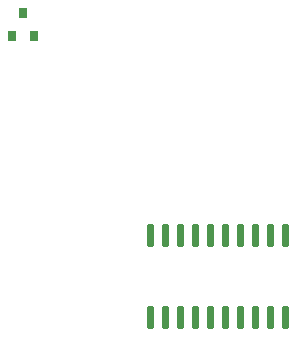
<source format=gtp>
G04 #@! TF.GenerationSoftware,KiCad,Pcbnew,(5.1.6)-1*
G04 #@! TF.CreationDate,2020-08-19T07:45:27+09:00*
G04 #@! TF.ProjectId,ExiCape,45786943-6170-4652-9e6b-696361645f70,Rev.2.0*
G04 #@! TF.SameCoordinates,Original*
G04 #@! TF.FileFunction,Paste,Top*
G04 #@! TF.FilePolarity,Positive*
%FSLAX46Y46*%
G04 Gerber Fmt 4.6, Leading zero omitted, Abs format (unit mm)*
G04 Created by KiCad (PCBNEW (5.1.6)-1) date 2020-08-19 07:45:27*
%MOMM*%
%LPD*%
G01*
G04 APERTURE LIST*
%ADD10R,0.800000X0.900000*%
G04 APERTURE END LIST*
G04 #@! TO.C,U1*
G36*
G01*
X146065000Y-69362400D02*
X146365000Y-69362400D01*
G75*
G02*
X146515000Y-69512400I0J-150000D01*
G01*
X146515000Y-71187400D01*
G75*
G02*
X146365000Y-71337400I-150000J0D01*
G01*
X146065000Y-71337400D01*
G75*
G02*
X145915000Y-71187400I0J150000D01*
G01*
X145915000Y-69512400D01*
G75*
G02*
X146065000Y-69362400I150000J0D01*
G01*
G37*
G36*
G01*
X144795000Y-69362400D02*
X145095000Y-69362400D01*
G75*
G02*
X145245000Y-69512400I0J-150000D01*
G01*
X145245000Y-71187400D01*
G75*
G02*
X145095000Y-71337400I-150000J0D01*
G01*
X144795000Y-71337400D01*
G75*
G02*
X144645000Y-71187400I0J150000D01*
G01*
X144645000Y-69512400D01*
G75*
G02*
X144795000Y-69362400I150000J0D01*
G01*
G37*
G36*
G01*
X143525000Y-69362400D02*
X143825000Y-69362400D01*
G75*
G02*
X143975000Y-69512400I0J-150000D01*
G01*
X143975000Y-71187400D01*
G75*
G02*
X143825000Y-71337400I-150000J0D01*
G01*
X143525000Y-71337400D01*
G75*
G02*
X143375000Y-71187400I0J150000D01*
G01*
X143375000Y-69512400D01*
G75*
G02*
X143525000Y-69362400I150000J0D01*
G01*
G37*
G36*
G01*
X142255000Y-69362400D02*
X142555000Y-69362400D01*
G75*
G02*
X142705000Y-69512400I0J-150000D01*
G01*
X142705000Y-71187400D01*
G75*
G02*
X142555000Y-71337400I-150000J0D01*
G01*
X142255000Y-71337400D01*
G75*
G02*
X142105000Y-71187400I0J150000D01*
G01*
X142105000Y-69512400D01*
G75*
G02*
X142255000Y-69362400I150000J0D01*
G01*
G37*
G36*
G01*
X140985000Y-69362400D02*
X141285000Y-69362400D01*
G75*
G02*
X141435000Y-69512400I0J-150000D01*
G01*
X141435000Y-71187400D01*
G75*
G02*
X141285000Y-71337400I-150000J0D01*
G01*
X140985000Y-71337400D01*
G75*
G02*
X140835000Y-71187400I0J150000D01*
G01*
X140835000Y-69512400D01*
G75*
G02*
X140985000Y-69362400I150000J0D01*
G01*
G37*
G36*
G01*
X139715000Y-69362400D02*
X140015000Y-69362400D01*
G75*
G02*
X140165000Y-69512400I0J-150000D01*
G01*
X140165000Y-71187400D01*
G75*
G02*
X140015000Y-71337400I-150000J0D01*
G01*
X139715000Y-71337400D01*
G75*
G02*
X139565000Y-71187400I0J150000D01*
G01*
X139565000Y-69512400D01*
G75*
G02*
X139715000Y-69362400I150000J0D01*
G01*
G37*
G36*
G01*
X138445000Y-69362400D02*
X138745000Y-69362400D01*
G75*
G02*
X138895000Y-69512400I0J-150000D01*
G01*
X138895000Y-71187400D01*
G75*
G02*
X138745000Y-71337400I-150000J0D01*
G01*
X138445000Y-71337400D01*
G75*
G02*
X138295000Y-71187400I0J150000D01*
G01*
X138295000Y-69512400D01*
G75*
G02*
X138445000Y-69362400I150000J0D01*
G01*
G37*
G36*
G01*
X137175000Y-69362400D02*
X137475000Y-69362400D01*
G75*
G02*
X137625000Y-69512400I0J-150000D01*
G01*
X137625000Y-71187400D01*
G75*
G02*
X137475000Y-71337400I-150000J0D01*
G01*
X137175000Y-71337400D01*
G75*
G02*
X137025000Y-71187400I0J150000D01*
G01*
X137025000Y-69512400D01*
G75*
G02*
X137175000Y-69362400I150000J0D01*
G01*
G37*
G36*
G01*
X135905000Y-69362400D02*
X136205000Y-69362400D01*
G75*
G02*
X136355000Y-69512400I0J-150000D01*
G01*
X136355000Y-71187400D01*
G75*
G02*
X136205000Y-71337400I-150000J0D01*
G01*
X135905000Y-71337400D01*
G75*
G02*
X135755000Y-71187400I0J150000D01*
G01*
X135755000Y-69512400D01*
G75*
G02*
X135905000Y-69362400I150000J0D01*
G01*
G37*
G36*
G01*
X134635000Y-69362400D02*
X134935000Y-69362400D01*
G75*
G02*
X135085000Y-69512400I0J-150000D01*
G01*
X135085000Y-71187400D01*
G75*
G02*
X134935000Y-71337400I-150000J0D01*
G01*
X134635000Y-71337400D01*
G75*
G02*
X134485000Y-71187400I0J150000D01*
G01*
X134485000Y-69512400D01*
G75*
G02*
X134635000Y-69362400I150000J0D01*
G01*
G37*
G36*
G01*
X134635000Y-76287400D02*
X134935000Y-76287400D01*
G75*
G02*
X135085000Y-76437400I0J-150000D01*
G01*
X135085000Y-78112400D01*
G75*
G02*
X134935000Y-78262400I-150000J0D01*
G01*
X134635000Y-78262400D01*
G75*
G02*
X134485000Y-78112400I0J150000D01*
G01*
X134485000Y-76437400D01*
G75*
G02*
X134635000Y-76287400I150000J0D01*
G01*
G37*
G36*
G01*
X135905000Y-76287400D02*
X136205000Y-76287400D01*
G75*
G02*
X136355000Y-76437400I0J-150000D01*
G01*
X136355000Y-78112400D01*
G75*
G02*
X136205000Y-78262400I-150000J0D01*
G01*
X135905000Y-78262400D01*
G75*
G02*
X135755000Y-78112400I0J150000D01*
G01*
X135755000Y-76437400D01*
G75*
G02*
X135905000Y-76287400I150000J0D01*
G01*
G37*
G36*
G01*
X137175000Y-76287400D02*
X137475000Y-76287400D01*
G75*
G02*
X137625000Y-76437400I0J-150000D01*
G01*
X137625000Y-78112400D01*
G75*
G02*
X137475000Y-78262400I-150000J0D01*
G01*
X137175000Y-78262400D01*
G75*
G02*
X137025000Y-78112400I0J150000D01*
G01*
X137025000Y-76437400D01*
G75*
G02*
X137175000Y-76287400I150000J0D01*
G01*
G37*
G36*
G01*
X138445000Y-76287400D02*
X138745000Y-76287400D01*
G75*
G02*
X138895000Y-76437400I0J-150000D01*
G01*
X138895000Y-78112400D01*
G75*
G02*
X138745000Y-78262400I-150000J0D01*
G01*
X138445000Y-78262400D01*
G75*
G02*
X138295000Y-78112400I0J150000D01*
G01*
X138295000Y-76437400D01*
G75*
G02*
X138445000Y-76287400I150000J0D01*
G01*
G37*
G36*
G01*
X139715000Y-76287400D02*
X140015000Y-76287400D01*
G75*
G02*
X140165000Y-76437400I0J-150000D01*
G01*
X140165000Y-78112400D01*
G75*
G02*
X140015000Y-78262400I-150000J0D01*
G01*
X139715000Y-78262400D01*
G75*
G02*
X139565000Y-78112400I0J150000D01*
G01*
X139565000Y-76437400D01*
G75*
G02*
X139715000Y-76287400I150000J0D01*
G01*
G37*
G36*
G01*
X140985000Y-76287400D02*
X141285000Y-76287400D01*
G75*
G02*
X141435000Y-76437400I0J-150000D01*
G01*
X141435000Y-78112400D01*
G75*
G02*
X141285000Y-78262400I-150000J0D01*
G01*
X140985000Y-78262400D01*
G75*
G02*
X140835000Y-78112400I0J150000D01*
G01*
X140835000Y-76437400D01*
G75*
G02*
X140985000Y-76287400I150000J0D01*
G01*
G37*
G36*
G01*
X142255000Y-76287400D02*
X142555000Y-76287400D01*
G75*
G02*
X142705000Y-76437400I0J-150000D01*
G01*
X142705000Y-78112400D01*
G75*
G02*
X142555000Y-78262400I-150000J0D01*
G01*
X142255000Y-78262400D01*
G75*
G02*
X142105000Y-78112400I0J150000D01*
G01*
X142105000Y-76437400D01*
G75*
G02*
X142255000Y-76287400I150000J0D01*
G01*
G37*
G36*
G01*
X143525000Y-76287400D02*
X143825000Y-76287400D01*
G75*
G02*
X143975000Y-76437400I0J-150000D01*
G01*
X143975000Y-78112400D01*
G75*
G02*
X143825000Y-78262400I-150000J0D01*
G01*
X143525000Y-78262400D01*
G75*
G02*
X143375000Y-78112400I0J150000D01*
G01*
X143375000Y-76437400D01*
G75*
G02*
X143525000Y-76287400I150000J0D01*
G01*
G37*
G36*
G01*
X144795000Y-76287400D02*
X145095000Y-76287400D01*
G75*
G02*
X145245000Y-76437400I0J-150000D01*
G01*
X145245000Y-78112400D01*
G75*
G02*
X145095000Y-78262400I-150000J0D01*
G01*
X144795000Y-78262400D01*
G75*
G02*
X144645000Y-78112400I0J150000D01*
G01*
X144645000Y-76437400D01*
G75*
G02*
X144795000Y-76287400I150000J0D01*
G01*
G37*
G36*
G01*
X146065000Y-76287400D02*
X146365000Y-76287400D01*
G75*
G02*
X146515000Y-76437400I0J-150000D01*
G01*
X146515000Y-78112400D01*
G75*
G02*
X146365000Y-78262400I-150000J0D01*
G01*
X146065000Y-78262400D01*
G75*
G02*
X145915000Y-78112400I0J150000D01*
G01*
X145915000Y-76437400D01*
G75*
G02*
X146065000Y-76287400I150000J0D01*
G01*
G37*
G04 #@! TD*
D10*
G04 #@! TO.C,U2*
X123990000Y-51492400D03*
X124940000Y-53492400D03*
X123040000Y-53492400D03*
G04 #@! TD*
M02*

</source>
